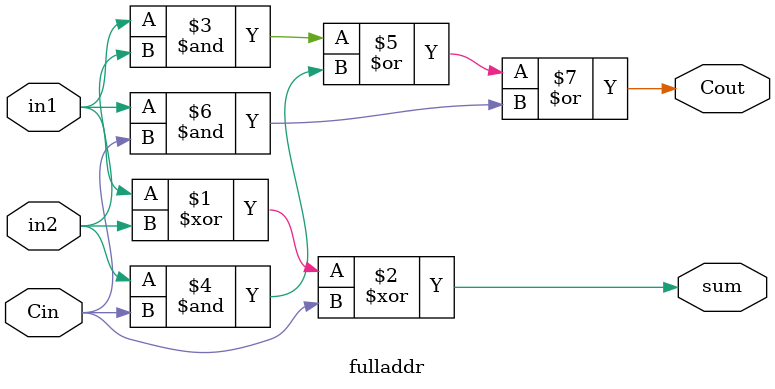
<source format=v>
module fulladdr(sum, Cout, in1, in2, Cin);
	// inputs and outputs ports declararion
	input in1, in2, Cin;
	output sum, Cout;
	// code start
	assign sum = in1 ^ in2 ^ Cin;
	assign Cout = in1&in2 | in2&Cin | in1&Cin;
endmodule	// end of module fulladder

</source>
